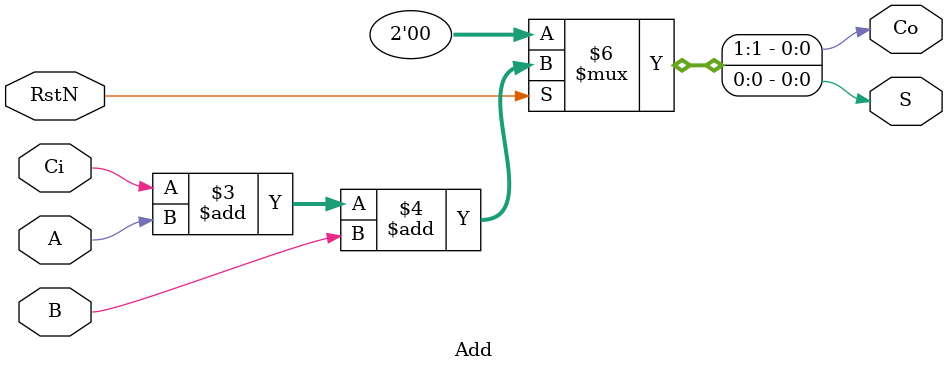
<source format=v>
module PDA8FIR(
    input clk,
    input RstN,
    input signed [7:0] X,
    output reg signed [15:0] Yn
);

    wire [15:0] s;
	 wire [7:0] Co, Ci1;
    reg [7:0] Ci;
    reg [3:0] b, b1;
    reg signed [7:0] lut1 [0:15];
    reg signed [7:0] lut2 [0:15];
    reg signed [15:0] y_tmp;
    reg signed [7:0] tmp1, tmp2;
    reg [143:0] ram;
    reg rst_done;

    Add add0  (.RstN(RstN), .Ci(Ci[0]), .A(ram[143 - b]), .B(ram[8 -  b]), .S(s[0]), .Co(Ci1[0]));
    Add add1  (.RstN(RstN), .Ci(Ci[1]), .A(ram[134 - b]), .B(ram[17 - b]), .S(s[1]), .Co(Ci1[1]));
    Add add2  (.RstN(RstN), .Ci(Ci[2]), .A(ram[125 - b]), .B(ram[26 - b]), .S(s[2]), .Co(Ci1[2]));
    Add add3  (.RstN(RstN), .Ci(Ci[3]), .A(ram[116 - b]), .B(ram[35 - b]), .S(s[3]), .Co(Ci1[3]));
    Add add4  (.RstN(RstN), .Ci(Ci[4]), .A(ram[107 - b]), .B(ram[44 - b]), .S(s[4]), .Co(Ci1[4]));
    Add add5  (.RstN(RstN), .Ci(Ci[5]), .A(ram[98 -  b]), .B(ram[53 - b]), .S(s[5]), .Co(Ci1[5]));
    Add add6  (.RstN(RstN), .Ci(Ci[6]), .A(ram[89 -  b]), .B(ram[62 - b]), .S(s[6]), .Co(Ci1[6]));
    Add add7  (.RstN(RstN), .Ci(Ci[7]), .A(ram[80 -  b]), .B(ram[71 - b]), .S(s[7]), .Co(Ci1[7]));
	 
    Add add8  (.RstN(RstN), .Ci(Ci1[0]), .A(ram[143 - b1]), .B(ram[8 -  b1]), .S(s[8]),  .Co(Co[0]));
    Add add9  (.RstN(RstN), .Ci(Ci1[1]), .A(ram[134 - b1]), .B(ram[17 - b1]), .S(s[9]),  .Co(Co[1]));
    Add add10 (.RstN(RstN), .Ci(Ci1[2]), .A(ram[125 - b1]), .B(ram[26 - b1]), .S(s[10]), .Co(Co[2]));
    Add add11 (.RstN(RstN), .Ci(Ci1[3]), .A(ram[116 - b1]), .B(ram[35 - b1]), .S(s[11]), .Co(Co[3]));
    Add add12 (.RstN(RstN), .Ci(Ci1[4]), .A(ram[107 - b1]), .B(ram[44 - b1]), .S(s[12]), .Co(Co[4]));
    Add add13 (.RstN(RstN), .Ci(Ci1[5]), .A(ram[98 -  b1]), .B(ram[53 - b1]), .S(s[13]), .Co(Co[5]));
    Add add14 (.RstN(RstN), .Ci(Ci1[6]), .A(ram[89 -  b1]), .B(ram[62 - b1]), .S(s[14]), .Co(Co[6]));
    Add add15 (.RstN(RstN), .Ci(Ci1[7]), .A(ram[80 -  b1]), .B(ram[71 - b1]), .S(s[15]), .Co(Co[7]));

    always @* begin
        tmp1 = lut1[s[3:0]] + lut2[s[7:4]];
		  tmp2 = lut1[s[11:8]] + lut2[s[15:12]];
		 
    end

    always @(posedge clk or negedge RstN) begin
        if (!RstN) begin
            lut1[0] <= 8'd0;   lut1[1] <= -8'd1;  lut1[2] <= -8'd1;  lut1[3] <= -8'd2;
            lut1[4] <= 8'd0;   lut1[5] <= -8'd1;  lut1[6] <= -8'd1;  lut1[7] <= -8'd2;
            lut1[8] <= 8'd4;   lut1[9] <= 8'd3;   lut1[10] <= 8'd3;  lut1[11] <= 8'd2;
            lut1[12] <= 8'd4;  lut1[13] <= 8'd3;  lut1[14] <= 8'd3;  lut1[15] <= 8'd2;

            lut2[0] <= 8'd0;   lut2[1] <= 8'd13;  lut2[2] <= 8'd25;  lut2[3] <= 8'd38;
            lut2[4] <= 8'd37;  lut2[5] <= 8'd50;  lut2[6] <= 8'd62;  lut2[7] <= 8'd75;
            lut2[8] <= 8'd45;  lut2[9] <= 8'd58;  lut2[10] <= 8'd70; lut2[11] <= 8'd83;
            lut2[12] <= 8'd82; lut2[13] <= 8'd95; lut2[14] <= 8'd107;lut2[15] <= 8'd120;

            Yn <= 16'b0;
				y_tmp <= 16'b0;
            b <= 4'b0;
				b1 <= 4'b1;
            ram <= 144'b0;
            Ci <= 8'b0;
            rst_done <= 1'b0;
        end else if (!rst_done) begin
            b = 4'b0;
				b1 = 4'b1;
            rst_done = 1'b1;
        end else begin
            ram[143:135] <= {X[0], X[1], X[2], X[3], X[4], X[5], X[6], X[7], X[7]};
            if (b == 1'b0) begin
                y_tmp = y_tmp + tmp1 + (tmp2 << b1);
                b = b + 2'b10;
					 b1 = b1 + 2'b10;
            end else if (b == 4'd8) begin
                y_tmp = y_tmp - (tmp1 << b);
                b = 4'b0;
					 b1 = 4'b1;
                Ci = 8'b0;
                Yn = y_tmp;
					 y_tmp <= 16'b0;
                ram[134:0] = ram[143:9];
            end else begin
                y_tmp = y_tmp + (tmp1 << b) + (tmp2 <<b1);
                b = b + 2'b10;
					 b1 = b1 + 2'b10;
                Ci = Co;
            end
        end
    end
endmodule

module Add(
    input RstN, Ci, A, B,
    output reg S, Co
);

    always @(*) begin  
        if (!RstN) begin
            {Co, S} = 2'b0;  
        end else begin
            {Co, S} = Ci + A + B; 
        end
    end

endmodule

</source>
